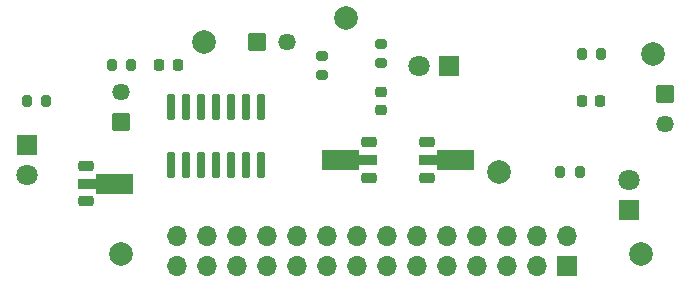
<source format=gbr>
%TF.GenerationSoftware,KiCad,Pcbnew,8.0.1*%
%TF.CreationDate,2024-03-24T23:20:45+02:00*%
%TF.ProjectId,_autosave-_autosave-Assignment 2,5f617574-6f73-4617-9665-2d5f6175746f,rev?*%
%TF.SameCoordinates,Original*%
%TF.FileFunction,Soldermask,Top*%
%TF.FilePolarity,Negative*%
%FSLAX46Y46*%
G04 Gerber Fmt 4.6, Leading zero omitted, Abs format (unit mm)*
G04 Created by KiCad (PCBNEW 8.0.1) date 2024-03-24 23:20:45*
%MOMM*%
%LPD*%
G01*
G04 APERTURE LIST*
G04 Aperture macros list*
%AMRoundRect*
0 Rectangle with rounded corners*
0 $1 Rounding radius*
0 $2 $3 $4 $5 $6 $7 $8 $9 X,Y pos of 4 corners*
0 Add a 4 corners polygon primitive as box body*
4,1,4,$2,$3,$4,$5,$6,$7,$8,$9,$2,$3,0*
0 Add four circle primitives for the rounded corners*
1,1,$1+$1,$2,$3*
1,1,$1+$1,$4,$5*
1,1,$1+$1,$6,$7*
1,1,$1+$1,$8,$9*
0 Add four rect primitives between the rounded corners*
20,1,$1+$1,$2,$3,$4,$5,0*
20,1,$1+$1,$4,$5,$6,$7,0*
20,1,$1+$1,$6,$7,$8,$9,0*
20,1,$1+$1,$8,$9,$2,$3,0*%
%AMFreePoly0*
4,1,9,3.862500,-0.866500,0.737500,-0.866500,0.737500,-0.450000,-0.737500,-0.450000,-0.737500,0.450000,0.737500,0.450000,0.737500,0.866500,3.862500,0.866500,3.862500,-0.866500,3.862500,-0.866500,$1*%
G04 Aperture macros list end*
%ADD10C,1.462000*%
%ADD11RoundRect,0.102000X0.629000X-0.629000X0.629000X0.629000X-0.629000X0.629000X-0.629000X-0.629000X0*%
%ADD12C,2.000000*%
%ADD13RoundRect,0.225000X-0.225000X-0.250000X0.225000X-0.250000X0.225000X0.250000X-0.225000X0.250000X0*%
%ADD14R,1.800000X1.800000*%
%ADD15C,1.800000*%
%ADD16RoundRect,0.225000X0.225000X0.250000X-0.225000X0.250000X-0.225000X-0.250000X0.225000X-0.250000X0*%
%ADD17RoundRect,0.225000X-0.425000X-0.225000X0.425000X-0.225000X0.425000X0.225000X-0.425000X0.225000X0*%
%ADD18FreePoly0,0.000000*%
%ADD19RoundRect,0.200000X0.275000X-0.200000X0.275000X0.200000X-0.275000X0.200000X-0.275000X-0.200000X0*%
%ADD20RoundRect,0.200000X0.200000X0.275000X-0.200000X0.275000X-0.200000X-0.275000X0.200000X-0.275000X0*%
%ADD21RoundRect,0.102000X-0.629000X-0.629000X0.629000X-0.629000X0.629000X0.629000X-0.629000X0.629000X0*%
%ADD22RoundRect,0.200000X-0.275000X0.200000X-0.275000X-0.200000X0.275000X-0.200000X0.275000X0.200000X0*%
%ADD23RoundRect,0.225000X-0.250000X0.225000X-0.250000X-0.225000X0.250000X-0.225000X0.250000X0.225000X0*%
%ADD24RoundRect,0.102000X-0.629000X0.629000X-0.629000X-0.629000X0.629000X-0.629000X0.629000X0.629000X0*%
%ADD25RoundRect,0.225000X0.425000X0.225000X-0.425000X0.225000X-0.425000X-0.225000X0.425000X-0.225000X0*%
%ADD26FreePoly0,180.000000*%
%ADD27RoundRect,0.102000X0.254000X-0.990600X0.254000X0.990600X-0.254000X0.990600X-0.254000X-0.990600X0*%
%ADD28RoundRect,0.200000X-0.200000X-0.275000X0.200000X-0.275000X0.200000X0.275000X-0.200000X0.275000X0*%
%ADD29R,1.700000X1.700000*%
%ADD30O,1.700000X1.700000*%
G04 APERTURE END LIST*
D10*
%TO.C,D2*%
X123000000Y-112230000D03*
D11*
X123000000Y-114770000D03*
%TD*%
D12*
%TO.C,Sense2*%
X123000000Y-126000000D03*
%TD*%
%TO.C,Analogue1*%
X167000000Y-126000000D03*
%TD*%
D13*
%TO.C,C2*%
X126225000Y-110000000D03*
X127775000Y-110000000D03*
%TD*%
D12*
%TO.C,Sense1*%
X142000000Y-106000000D03*
%TD*%
D14*
%TO.C,D1*%
X115025000Y-116725000D03*
D15*
X115025000Y-119265000D03*
%TD*%
D12*
%TO.C,Sense3*%
X168000000Y-109000000D03*
%TD*%
D16*
%TO.C,C3*%
X163550000Y-113000000D03*
X162000000Y-113000000D03*
%TD*%
D17*
%TO.C,Q1*%
X120050000Y-118500000D03*
D18*
X120137500Y-120000000D03*
D17*
X120050000Y-121500000D03*
%TD*%
%TO.C,Q3*%
X148912500Y-116500000D03*
D18*
X149000000Y-118000000D03*
D17*
X148912500Y-119500000D03*
%TD*%
D19*
%TO.C,R2*%
X145000000Y-109825000D03*
X145000000Y-108175000D03*
%TD*%
D20*
%TO.C,R6*%
X123825000Y-110000000D03*
X122175000Y-110000000D03*
%TD*%
D10*
%TO.C,D4*%
X137000000Y-108000000D03*
D21*
X134460000Y-108000000D03*
%TD*%
D22*
%TO.C,R5*%
X140000000Y-109175000D03*
X140000000Y-110825000D03*
%TD*%
D20*
%TO.C,R7*%
X163650000Y-109000000D03*
X162000000Y-109000000D03*
%TD*%
D12*
%TO.C,Analogue2*%
X155000000Y-119000000D03*
%TD*%
D23*
%TO.C,C1*%
X145000000Y-112225000D03*
X145000000Y-113775000D03*
%TD*%
D10*
%TO.C,D3*%
X169000000Y-115000000D03*
D24*
X169000000Y-112460000D03*
%TD*%
D12*
%TO.C,Analogue3*%
X130000000Y-108000000D03*
%TD*%
D25*
%TO.C,Q2*%
X143950000Y-119500000D03*
D26*
X143862500Y-118000000D03*
D25*
X143950000Y-116500000D03*
%TD*%
D20*
%TO.C,R3*%
X161825000Y-119000000D03*
X160175000Y-119000000D03*
%TD*%
D27*
%TO.C,U1*%
X127190000Y-118463800D03*
X128460000Y-118463800D03*
X129730000Y-118463800D03*
X131000000Y-118463800D03*
X132270000Y-118463800D03*
X133540000Y-118463800D03*
X134810000Y-118463800D03*
X134810000Y-113536200D03*
X133540000Y-113536200D03*
X132270000Y-113536200D03*
X131000000Y-113536200D03*
X129730000Y-113536200D03*
X128460000Y-113536200D03*
X127190000Y-113536200D03*
%TD*%
D28*
%TO.C,R1*%
X115000000Y-113000000D03*
X116650000Y-113000000D03*
%TD*%
D29*
%TO.C,J1*%
X160700000Y-127000000D03*
D30*
X160700000Y-124460000D03*
X158160000Y-127000000D03*
X158160000Y-124460000D03*
X155620000Y-127000000D03*
X155620000Y-124460000D03*
X153080000Y-127000000D03*
X153080000Y-124460000D03*
X150540000Y-127000000D03*
X150540000Y-124460000D03*
X148000000Y-127000000D03*
X148000000Y-124460000D03*
X145460000Y-127000000D03*
X145460000Y-124460000D03*
X142920000Y-127000000D03*
X142920000Y-124460000D03*
X140380000Y-127000000D03*
X140380000Y-124460000D03*
X137840000Y-127000000D03*
X137840000Y-124460000D03*
X135300000Y-127000000D03*
X135300000Y-124460000D03*
X132760000Y-127000000D03*
X132760000Y-124460000D03*
X130220000Y-127000000D03*
X130220000Y-124460000D03*
X127680000Y-127000000D03*
X127680000Y-124460000D03*
%TD*%
D14*
%TO.C,D6*%
X166000000Y-122275000D03*
D15*
X166000000Y-119735000D03*
%TD*%
D14*
%TO.C,D5*%
X150775000Y-110025000D03*
D15*
X148235000Y-110025000D03*
%TD*%
M02*

</source>
